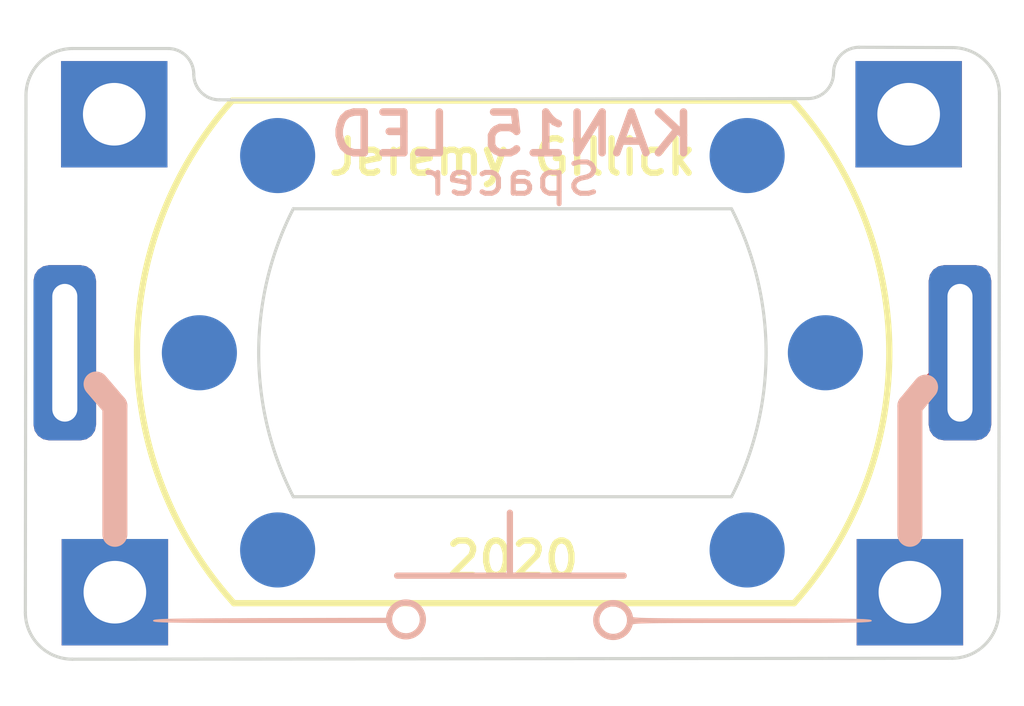
<source format=kicad_pcb>
(kicad_pcb (version 20171130) (host pcbnew "(5.1.6-0-10_14)")

  (general
    (thickness 1.6)
    (drawings 26)
    (tracks 4)
    (zones 0)
    (modules 7)
    (nets 3)
  )

  (page A4)
  (layers
    (0 F.Cu signal)
    (31 B.Cu signal)
    (32 B.Adhes user)
    (33 F.Adhes user)
    (34 B.Paste user)
    (35 F.Paste user)
    (36 B.SilkS user)
    (37 F.SilkS user)
    (38 B.Mask user)
    (39 F.Mask user)
    (40 Dwgs.User user)
    (41 Cmts.User user)
    (42 Eco1.User user)
    (43 Eco2.User user)
    (44 Edge.Cuts user)
    (45 Margin user)
    (46 B.CrtYd user)
    (47 F.CrtYd user)
    (48 B.Fab user)
    (49 F.Fab user hide)
  )

  (setup
    (last_trace_width 0.25)
    (trace_clearance 0.2)
    (zone_clearance 0.508)
    (zone_45_only no)
    (trace_min 0.2)
    (via_size 0.8)
    (via_drill 0.4)
    (via_min_size 0.4)
    (via_min_drill 0.3)
    (uvia_size 0.3)
    (uvia_drill 0.1)
    (uvias_allowed no)
    (uvia_min_size 0.2)
    (uvia_min_drill 0.1)
    (edge_width 0.05)
    (segment_width 0.2)
    (pcb_text_width 0.3)
    (pcb_text_size 1.5 1.5)
    (mod_edge_width 0.12)
    (mod_text_size 1 1)
    (mod_text_width 0.15)
    (pad_size 1.524 1.524)
    (pad_drill 0)
    (pad_to_mask_clearance 0.05)
    (aux_axis_origin 0 0)
    (visible_elements FFFFFF7F)
    (pcbplotparams
      (layerselection 0x010fc_ffffffff)
      (usegerberextensions false)
      (usegerberattributes true)
      (usegerberadvancedattributes true)
      (creategerberjobfile true)
      (excludeedgelayer true)
      (linewidth 0.100000)
      (plotframeref false)
      (viasonmask false)
      (mode 1)
      (useauxorigin false)
      (hpglpennumber 1)
      (hpglpenspeed 20)
      (hpglpendiameter 15.000000)
      (psnegative false)
      (psa4output false)
      (plotreference true)
      (plotvalue true)
      (plotinvisibletext false)
      (padsonsilk false)
      (subtractmaskfromsilk false)
      (outputformat 1)
      (mirror false)
      (drillshape 1)
      (scaleselection 1)
      (outputdirectory ""))
  )

  (net 0 "")
  (net 1 "Net-(J2-Pad1)")
  (net 2 "Net-(J3-Pad1)")

  (net_class Default "This is the default net class."
    (clearance 0.2)
    (trace_width 0.25)
    (via_dia 0.8)
    (via_drill 0.4)
    (uvia_dia 0.3)
    (uvia_drill 0.1)
    (add_net "Net-(J2-Pad1)")
    (add_net "Net-(J3-Pad1)")
  )

  (module project-lib:Connection_Points locked (layer B.Cu) (tedit 5F73D40D) (tstamp 5F73EABF)
    (at 100 100)
    (fp_text reference ConnPoints (at -0.04 -8.07) (layer B.SilkS) hide
      (effects (font (size 1 1) (thickness 0.15)) (justify mirror))
    )
    (fp_text value Connection_Points (at 0 -6.31) (layer B.Fab) hide
      (effects (font (size 1 1) (thickness 0.15)) (justify mirror))
    )
    (pad "" smd circle (at 3.75 -3.15) (size 1.2 1.2) (layers B.Cu B.Paste B.Mask))
    (pad "" smd circle (at 3.75 3.15) (size 1.2 1.2) (layers B.Cu B.Paste B.Mask))
    (pad "" smd circle (at 5 0) (size 1.2 1.2) (layers B.Cu B.Paste B.Mask))
    (pad "" smd circle (at -3.75 -3.15) (size 1.2 1.2) (layers B.Cu B.Paste B.Mask))
    (pad "" smd circle (at -3.75 3.15) (size 1.2 1.2) (layers B.Cu B.Paste B.Mask))
    (pad "" smd circle (at -5 0) (size 1.2 1.2) (layers B.Cu B.Paste B.Mask))
  )

  (module project-lib:switch_large (layer B.Cu) (tedit 5F6450FA) (tstamp 5F7FF8E9)
    (at 100 103.55 180)
    (fp_text reference Ref** (at 0.11 -3.65) (layer B.SilkS) hide
      (effects (font (size 1.27 1.27) (thickness 0.15)) (justify mirror))
    )
    (fp_text value Val** (at 0.16 1.74) (layer B.SilkS) hide
      (effects (font (size 1.27 1.27) (thickness 0.15)) (justify mirror))
    )
    (fp_line (start -1.778 -0.010583) (end 1.8415 -0.010583) (layer B.SilkS) (width 0.1))
    (fp_line (start 0.04 0.994833) (end 0.04 0.01) (layer B.SilkS) (width 0.1))
    (fp_circle (center 1.7 -0.709803) (end 1.97 -0.720133) (layer B.SilkS) (width 0.1))
    (fp_circle (center -1.610197 -0.71967) (end -1.340197 -0.73) (layer B.SilkS) (width 0.1))
    (fp_poly (pts (xy -1.509241 -0.447022) (xy -1.482501 -0.457219) (xy -1.396826 -0.512108) (xy -1.338378 -0.59145)
      (xy -1.309342 -0.685567) (xy -1.311902 -0.784779) (xy -1.348244 -0.879407) (xy -1.378026 -0.920013)
      (xy -1.412849 -0.957598) (xy -1.443762 -0.979864) (xy -1.483121 -0.990819) (xy -1.543285 -0.994473)
      (xy -1.608666 -0.994833) (xy -1.692253 -0.994006) (xy -1.745865 -0.988852) (xy -1.781861 -0.975362)
      (xy -1.8126 -0.949526) (xy -1.839307 -0.920013) (xy -1.878931 -0.86641) (xy -1.902319 -0.81839)
      (xy -1.905 -0.803597) (xy -1.905716 -0.796473) (xy -1.909579 -0.790212) (xy -1.919155 -0.78476)
      (xy -1.937013 -0.780059) (xy -1.965723 -0.776055) (xy -2.007852 -0.77269) (xy -2.065969 -0.769911)
      (xy -2.142642 -0.76766) (xy -2.24044 -0.765883) (xy -2.361932 -0.764522) (xy -2.509685 -0.763524)
      (xy -2.686269 -0.762831) (xy -2.894252 -0.762388) (xy -3.136202 -0.762139) (xy -3.414688 -0.762028)
      (xy -3.732279 -0.762) (xy -3.820583 -0.762) (xy -4.151792 -0.761938) (xy -4.443152 -0.761727)
      (xy -4.697148 -0.761324) (xy -4.916264 -0.760689) (xy -5.102985 -0.75978) (xy -5.259796 -0.758556)
      (xy -5.38918 -0.756977) (xy -5.493622 -0.755) (xy -5.575608 -0.752584) (xy -5.63762 -0.749689)
      (xy -5.682144 -0.746274) (xy -5.711665 -0.742296) (xy -5.728666 -0.737715) (xy -5.735633 -0.73249)
      (xy -5.736166 -0.73025) (xy -5.734958 -0.728457) (xy -1.845733 -0.728457) (xy -1.826951 -0.816076)
      (xy -1.776662 -0.886469) (xy -1.703948 -0.934429) (xy -1.617894 -0.954748) (xy -1.527582 -0.942219)
      (xy -1.49615 -0.928856) (xy -1.426729 -0.871883) (xy -1.385328 -0.7934) (xy -1.374639 -0.70543)
      (xy -1.397353 -0.620001) (xy -1.419302 -0.585447) (xy -1.489366 -0.525346) (xy -1.5712 -0.498639)
      (xy -1.655853 -0.502325) (xy -1.734376 -0.533402) (xy -1.797817 -0.588869) (xy -1.837227 -0.665724)
      (xy -1.845733 -0.728457) (xy -5.734958 -0.728457) (xy -5.732466 -0.72476) (xy -5.719708 -0.719931)
      (xy -5.695408 -0.715721) (xy -5.657081 -0.712089) (xy -5.602243 -0.708995) (xy -5.52841 -0.706395)
      (xy -5.433096 -0.704251) (xy -5.313818 -0.70252) (xy -5.168091 -0.701161) (xy -4.993431 -0.700133)
      (xy -4.787352 -0.699395) (xy -4.547371 -0.698906) (xy -4.271003 -0.698624) (xy -3.955764 -0.698509)
      (xy -3.820583 -0.6985) (xy -3.490178 -0.698445) (xy -3.199599 -0.698252) (xy -2.946338 -0.697877)
      (xy -2.727888 -0.697278) (xy -2.541741 -0.696412) (xy -2.38539 -0.695236) (xy -2.256327 -0.693707)
      (xy -2.152045 -0.691781) (xy -2.070036 -0.689417) (xy -2.007794 -0.686571) (xy -1.962809 -0.6832)
      (xy -1.932576 -0.679261) (xy -1.914586 -0.674712) (xy -1.906332 -0.669509) (xy -1.905 -0.665699)
      (xy -1.886096 -0.594199) (xy -1.835917 -0.525192) (xy -1.764265 -0.471415) (xy -1.750138 -0.464468)
      (xy -1.663684 -0.432588) (xy -1.590041 -0.426953) (xy -1.509241 -0.447022)) (layer B.SilkS) (width 0.01))
    (fp_poly (pts (xy 1.767228 -0.426046) (xy 1.81949 -0.437909) (xy 1.864216 -0.46451) (xy 1.893632 -0.488984)
      (xy 1.94363 -0.543996) (xy 1.979226 -0.603102) (xy 1.985672 -0.621275) (xy 2.002939 -0.687917)
      (xy 3.869553 -0.693323) (xy 4.196432 -0.694335) (xy 4.48349 -0.695389) (xy 4.733236 -0.696535)
      (xy 4.948182 -0.697823) (xy 5.130839 -0.699304) (xy 5.283718 -0.701026) (xy 5.409331 -0.70304)
      (xy 5.510188 -0.705395) (xy 5.588801 -0.708141) (xy 5.647681 -0.711329) (xy 5.689338 -0.715008)
      (xy 5.716285 -0.719227) (xy 5.731031 -0.724037) (xy 5.736089 -0.729487) (xy 5.736167 -0.730365)
      (xy 5.732396 -0.7359) (xy 5.719409 -0.740761) (xy 5.694693 -0.744991) (xy 5.655737 -0.748631)
      (xy 5.600028 -0.751726) (xy 5.525056 -0.754316) (xy 5.428307 -0.756445) (xy 5.30727 -0.758155)
      (xy 5.159433 -0.759488) (xy 4.982283 -0.760488) (xy 4.77331 -0.761196) (xy 4.530001 -0.761655)
      (xy 4.249844 -0.761909) (xy 3.930327 -0.761998) (xy 3.867169 -0.762) (xy 1.998171 -0.762)
      (xy 1.970852 -0.83755) (xy 1.920888 -0.91854) (xy 1.840375 -0.970523) (xy 1.729913 -0.993159)
      (xy 1.693334 -0.994191) (xy 1.603883 -0.986325) (xy 1.533823 -0.965904) (xy 1.521308 -0.959195)
      (xy 1.448424 -0.891228) (xy 1.407402 -0.796808) (xy 1.398225 -0.709665) (xy 1.460971 -0.709665)
      (xy 1.478395 -0.803655) (xy 1.526309 -0.876616) (xy 1.596467 -0.924596) (xy 1.680623 -0.943641)
      (xy 1.770529 -0.929799) (xy 1.8415 -0.892065) (xy 1.893604 -0.831699) (xy 1.926311 -0.750813)
      (xy 1.931746 -0.669623) (xy 1.93067 -0.663208) (xy 1.909523 -0.615233) (xy 1.869496 -0.561066)
      (xy 1.858373 -0.549295) (xy 1.799968 -0.503993) (xy 1.735373 -0.487592) (xy 1.71148 -0.486833)
      (xy 1.605033 -0.502709) (xy 1.525669 -0.548433) (xy 1.4766 -0.621147) (xy 1.460971 -0.709665)
      (xy 1.398225 -0.709665) (xy 1.397 -0.698035) (xy 1.400231 -0.62945) (xy 1.415342 -0.581503)
      (xy 1.450463 -0.53515) (xy 1.479177 -0.50551) (xy 1.528423 -0.459446) (xy 1.569549 -0.434856)
      (xy 1.619726 -0.42505) (xy 1.690107 -0.423333) (xy 1.767228 -0.426046)) (layer B.SilkS) (width 0.01))
    (fp_poly (pts (xy 0.353136 0.021101) (xy 0.634744 0.020875) (xy 0.879129 0.020444) (xy 1.088847 0.019762)
      (xy 1.266454 0.018785) (xy 1.414503 0.017467) (xy 1.535552 0.015765) (xy 1.632154 0.013634)
      (xy 1.706865 0.011027) (xy 1.762242 0.007902) (xy 1.800838 0.004212) (xy 1.825209 -0.000087)
      (xy 1.837911 -0.005039) (xy 1.8415 -0.010583) (xy 1.837772 -0.016222) (xy 1.824884 -0.021162)
      (xy 1.800281 -0.025449) (xy 1.761408 -0.029129) (xy 1.705709 -0.032245) (xy 1.63063 -0.034842)
      (xy 1.533614 -0.036966) (xy 1.412106 -0.03866) (xy 1.263551 -0.039971) (xy 1.085395 -0.040943)
      (xy 0.87508 -0.04162) (xy 0.630053 -0.042047) (xy 0.347758 -0.04227) (xy 0.03175 -0.042333)
      (xy -0.289636 -0.042268) (xy -0.571244 -0.042042) (xy -0.815629 -0.04161) (xy -1.025347 -0.040928)
      (xy -1.202953 -0.039951) (xy -1.351003 -0.038634) (xy -1.472051 -0.036932) (xy -1.568653 -0.0348)
      (xy -1.643365 -0.032194) (xy -1.698741 -0.029068) (xy -1.737338 -0.025378) (xy -1.761709 -0.02108)
      (xy -1.774411 -0.016127) (xy -1.778 -0.010583) (xy -1.774272 -0.004945) (xy -1.761384 -0.000004)
      (xy -1.736781 0.004283) (xy -1.697908 0.007962) (xy -1.642209 0.011078) (xy -1.567129 0.013676)
      (xy -1.470113 0.015799) (xy -1.348606 0.017494) (xy -1.200051 0.018805) (xy -1.021894 0.019776)
      (xy -0.81158 0.020453) (xy -0.566553 0.020881) (xy -0.284257 0.021104) (xy 0.03175 0.021167)
      (xy 0.353136 0.021101)) (layer B.SilkS) (width 0.01))
    (fp_poly (pts (xy 0.042145 0.989873) (xy 0.050044 0.971734) (xy 0.055773 0.935529) (xy 0.059657 0.87637)
      (xy 0.062022 0.78937) (xy 0.063194 0.669642) (xy 0.0635 0.518583) (xy 0.063169 0.362659)
      (xy 0.06196 0.244176) (xy 0.059547 0.158248) (xy 0.055603 0.099988) (xy 0.049803 0.064508)
      (xy 0.041821 0.046921) (xy 0.03175 0.042333) (xy 0.021355 0.047294) (xy 0.013456 0.065433)
      (xy 0.007728 0.101638) (xy 0.003844 0.160797) (xy 0.001478 0.247797) (xy 0.000306 0.367525)
      (xy 0 0.518583) (xy 0.000331 0.674508) (xy 0.00154 0.792991) (xy 0.003954 0.878919)
      (xy 0.007898 0.937179) (xy 0.013698 0.972659) (xy 0.02168 0.990246) (xy 0.03175 0.994833)
      (xy 0.042145 0.989873)) (layer B.SilkS) (width 0.01))
  )

  (module "Jeremy Button/Switch:SW_KAN-15_PHT" (layer F.Cu) (tedit 5F6C29EA) (tstamp 5F6C8D64)
    (at 100 100)
    (descr "PUSH BUTTON SWITCH - DC30V 1A - https://www.aliexpress.com/item/32818559623.html")
    (tags "flashlight pushbutton")
    (path /5F6C2F19)
    (fp_text reference SW1 (at 0 0.15 180) (layer F.SilkS) hide
      (effects (font (size 1 1) (thickness 0.15)))
    )
    (fp_text value SW_SPST (at 0.4 5.375 180) (layer F.Fab)
      (effects (font (size 1 1) (thickness 0.15)))
    )
    (fp_line (start -0.01 2.25) (end -3.55 2.249999) (layer F.CrtYd) (width 0.05))
    (fp_line (start -0.01 4.2) (end -0.01 2.25) (layer F.CrtYd) (width 0.05))
    (fp_line (start -6.216885 4.192841) (end -0.01 4.2) (layer F.CrtYd) (width 0.05))
    (fp_line (start 0.01 2.25) (end 3.56 2.249999) (layer F.CrtYd) (width 0.05))
    (fp_line (start 0.01 4.2) (end 0.01 2.25) (layer F.CrtYd) (width 0.05))
    (fp_line (start 6.16 4.2) (end 0.01 4.2) (layer F.CrtYd) (width 0.05))
    (fp_line (start -0.01 -2.25) (end -3.55 -2.25) (layer F.CrtYd) (width 0.05))
    (fp_line (start 0.01 -2.25) (end 3.56 -2.25) (layer F.CrtYd) (width 0.05))
    (fp_line (start 0.01 -4.2) (end 0.01 -2.25) (layer F.CrtYd) (width 0.05))
    (fp_line (start 6.166885 -4.192841) (end 0.01 -4.2) (layer F.CrtYd) (width 0.05))
    (fp_line (start -0.01 -4.2) (end -0.01 -2.25) (layer F.CrtYd) (width 0.05))
    (fp_line (start -6.21 -4.2) (end -0.01 -4.2) (layer F.CrtYd) (width 0.05))
    (fp_line (start 4.474321 -4.028703) (end -4.475679 -4.028703) (layer F.SilkS) (width 0.1))
    (fp_line (start -4.45 4) (end 4.5 4) (layer F.SilkS) (width 0.1))
    (fp_arc (start 0 0) (end 4.5 4) (angle -83.63358372) (layer F.SilkS) (width 0.1))
    (fp_arc (start 0.024321 -0.028703) (end -4.475679 -4.028703) (angle -83.63358372) (layer F.SilkS) (width 0.1))
    (fp_arc (start -1.85 0) (end -6.21 -4.2) (angle -87.76434705) (layer F.CrtYd) (width 0.05))
    (fp_arc (start 2.06 0) (end -3.55 -2.25) (angle -43.70842119) (layer F.CrtYd) (width 0.05))
    (fp_arc (start 1.8 0) (end 6.16 4.2) (angle -87.76434705) (layer F.CrtYd) (width 0.05))
    (fp_arc (start -2.05 -0.000001) (end 3.56 2.249999) (angle -43.70842119) (layer F.CrtYd) (width 0.05))
    (pad 2 thru_hole roundrect (at 7.15 0) (size 1 2.8) (drill oval 0.4 2.2) (layers *.Cu *.Mask) (roundrect_rratio 0.25)
      (net 2 "Net-(J3-Pad1)"))
    (pad 1 thru_hole roundrect (at -7.15 0) (size 1 2.8) (drill oval 0.4 2.2) (layers *.Cu *.Mask) (roundrect_rratio 0.25)
      (net 1 "Net-(J2-Pad1)"))
    (model ${JGILLICK_LIBS}/3dmodels/Button_Switch.3dshapes/SW_KAN-15_PTH.step
      (at (xyz 0 0 0))
      (scale (xyz 1 1 1))
      (rotate (xyz 0 0 0))
    )
  )

  (module Connector_PinHeader_2.54mm:PinHeader_1x01_P2.54mm_Vertical (layer F.Cu) (tedit 5F6C24BC) (tstamp 5F6C2943)
    (at 106.33 96.19)
    (descr "Through hole straight pin header, 1x01, 2.54mm pitch, single row")
    (tags "Through hole pin header THT 1x01 2.54mm single row")
    (path /5F634835)
    (fp_text reference J4 (at 0 -2.33) (layer F.SilkS) hide
      (effects (font (size 1 1) (thickness 0.15)))
    )
    (fp_text value GND (at 0 2.33) (layer F.Fab)
      (effects (font (size 1 1) (thickness 0.15)))
    )
    (fp_line (start -0.635 -1.27) (end 1.27 -1.27) (layer F.Fab) (width 0.1))
    (fp_line (start 1.27 -1.27) (end 1.27 1.27) (layer F.Fab) (width 0.1))
    (fp_line (start -1.27 1.27) (end -1.27 -0.635) (layer F.Fab) (width 0.1))
    (fp_line (start -1.27 -0.635) (end -0.635 -1.27) (layer F.Fab) (width 0.1))
    (fp_line (start -1.8 -1.8) (end -1.8 1.8) (layer F.CrtYd) (width 0.05))
    (fp_line (start -1.8 1.8) (end 1.8 1.8) (layer F.CrtYd) (width 0.05))
    (fp_line (start 1.8 1.8) (end 1.8 -1.8) (layer F.CrtYd) (width 0.05))
    (fp_line (start 1.8 -1.8) (end -1.8 -1.8) (layer F.CrtYd) (width 0.05))
    (fp_text user %R (at 0 0 90) (layer F.Fab)
      (effects (font (size 1 1) (thickness 0.15)))
    )
    (pad 1 thru_hole rect (at 0 0) (size 1.7 1.7) (drill 1) (layers *.Cu *.Mask))
  )

  (module Connector_PinHeader_2.54mm:PinHeader_1x01_P2.54mm_Vertical (layer F.Cu) (tedit 5F6C24B2) (tstamp 5F6C28F8)
    (at 93.64 96.19)
    (descr "Through hole straight pin header, 1x01, 2.54mm pitch, single row")
    (tags "Through hole pin header THT 1x01 2.54mm single row")
    (path /5F634D6F)
    (fp_text reference J1 (at 0 -2.33) (layer F.SilkS) hide
      (effects (font (size 1 1) (thickness 0.15)))
    )
    (fp_text value VCC (at 0 2.33) (layer F.Fab)
      (effects (font (size 1 1) (thickness 0.15)))
    )
    (fp_line (start -0.635 -1.27) (end 1.27 -1.27) (layer F.Fab) (width 0.1))
    (fp_line (start 1.27 -1.27) (end 1.27 1.27) (layer F.Fab) (width 0.1))
    (fp_line (start -1.27 1.27) (end -1.27 -0.635) (layer F.Fab) (width 0.1))
    (fp_line (start -1.27 -0.635) (end -0.635 -1.27) (layer F.Fab) (width 0.1))
    (fp_line (start -1.8 -1.8) (end -1.8 1.8) (layer F.CrtYd) (width 0.05))
    (fp_line (start -1.8 1.8) (end 1.8 1.8) (layer F.CrtYd) (width 0.05))
    (fp_line (start 1.8 1.8) (end 1.8 -1.8) (layer F.CrtYd) (width 0.05))
    (fp_line (start 1.8 -1.8) (end -1.8 -1.8) (layer F.CrtYd) (width 0.05))
    (fp_text user %R (at 0 0 90) (layer F.Fab)
      (effects (font (size 1 1) (thickness 0.15)))
    )
    (pad 1 thru_hole rect (at 0 0) (size 1.7 1.7) (drill 1) (layers *.Cu *.Mask))
  )

  (module Connector_PinHeader_2.54mm:PinHeader_1x01_P2.54mm_Vertical (layer F.Cu) (tedit 5F644FC3) (tstamp 5F634957)
    (at 106.35 103.825 180)
    (descr "Through hole straight pin header, 1x01, 2.54mm pitch, single row")
    (tags "Through hole pin header THT 1x01 2.54mm single row")
    (path /5F63427C)
    (fp_text reference J3 (at 0 -2.33) (layer F.SilkS) hide
      (effects (font (size 1 1) (thickness 0.15)))
    )
    (fp_text value Conn_01x01 (at 0 2.33) (layer F.Fab)
      (effects (font (size 1 1) (thickness 0.15)))
    )
    (fp_line (start 1.8 -1.8) (end -1.8 -1.8) (layer F.CrtYd) (width 0.05))
    (fp_line (start 1.8 1.8) (end 1.8 -1.8) (layer F.CrtYd) (width 0.05))
    (fp_line (start -1.8 1.8) (end 1.8 1.8) (layer F.CrtYd) (width 0.05))
    (fp_line (start -1.8 -1.8) (end -1.8 1.8) (layer F.CrtYd) (width 0.05))
    (fp_line (start -1.27 -0.635) (end -0.635 -1.27) (layer F.Fab) (width 0.1))
    (fp_line (start -1.27 1.27) (end -1.27 -0.635) (layer F.Fab) (width 0.1))
    (fp_line (start 1.27 1.27) (end -1.27 1.27) (layer F.Fab) (width 0.1))
    (fp_line (start 1.27 -1.27) (end 1.27 1.27) (layer F.Fab) (width 0.1))
    (fp_line (start -0.635 -1.27) (end 1.27 -1.27) (layer F.Fab) (width 0.1))
    (fp_text user %R (at 0 0 90) (layer F.Fab)
      (effects (font (size 1 1) (thickness 0.15)))
    )
    (pad 1 thru_hole rect (at 0 0 180) (size 1.7 1.7) (drill 1) (layers *.Cu *.Mask)
      (net 2 "Net-(J3-Pad1)"))
  )

  (module Connector_PinHeader_2.54mm:PinHeader_1x01_P2.54mm_Vertical locked (layer F.Cu) (tedit 5F644FB9) (tstamp 5F639A5D)
    (at 93.65 103.825 90)
    (descr "Through hole straight pin header, 1x01, 2.54mm pitch, single row")
    (tags "Through hole pin header THT 1x01 2.54mm single row")
    (path /5F6336D3)
    (fp_text reference J2 (at 0 -2.33 270) (layer F.SilkS) hide
      (effects (font (size 1 1) (thickness 0.15)))
    )
    (fp_text value Conn_01x01 (at 0 2.33 270) (layer F.Fab)
      (effects (font (size 1 1) (thickness 0.15)))
    )
    (fp_line (start -0.635 -1.27) (end 1.27 -1.27) (layer F.Fab) (width 0.1))
    (fp_line (start 1.27 -1.27) (end 1.27 1.27) (layer F.Fab) (width 0.1))
    (fp_line (start -1.27 1.27) (end -1.27 -0.635) (layer F.Fab) (width 0.1))
    (fp_line (start -1.27 -0.635) (end -0.635 -1.27) (layer F.Fab) (width 0.1))
    (fp_line (start -1.8 -1.8) (end -1.8 1.8) (layer F.CrtYd) (width 0.05))
    (fp_line (start -1.8 1.8) (end 1.8 1.8) (layer F.CrtYd) (width 0.05))
    (fp_line (start 1.8 1.8) (end 1.8 -1.8) (layer F.CrtYd) (width 0.05))
    (fp_line (start 1.8 -1.8) (end -1.8 -1.8) (layer F.CrtYd) (width 0.05))
    (fp_text user %R (at 0 0) (layer F.Fab)
      (effects (font (size 1 1) (thickness 0.15)))
    )
    (pad 1 thru_hole rect (at 0 0 90) (size 1.7 1.7) (drill 1) (layers *.Cu *.Mask)
      (net 1 "Net-(J2-Pad1)"))
  )

  (gr_text 2020 (at 100 103.3) (layer F.SilkS)
    (effects (font (size 0.55 0.55) (thickness 0.1)))
  )
  (gr_text "Jeremy Gillick" (at 100 96.875) (layer F.SilkS)
    (effects (font (size 0.55 0.55) (thickness 0.1)))
  )
  (gr_line (start 106.35 100.85) (end 106.35 102.9) (layer B.SilkS) (width 0.4))
  (gr_line (start 106.6 100.55) (end 106.35 100.85) (layer B.SilkS) (width 0.4))
  (gr_line (start 93.65 100.85) (end 93.65 102.9) (layer B.SilkS) (width 0.4))
  (gr_line (start 93.35 100.5) (end 93.65 100.85) (layer B.SilkS) (width 0.4))
  (gr_text Spacer (at 100 97.225) (layer B.SilkS)
    (effects (font (size 0.5 0.55) (thickness 0.08)) (justify mirror))
  )
  (gr_text "KAN15 LED" (at 100 96.51) (layer B.SilkS) (tstamp 5F804CAA)
    (effects (font (size 0.65 0.7) (thickness 0.12)) (justify mirror))
  )
  (gr_line (start 95.32 95.96) (end 104.72 95.94) (layer Edge.Cuts) (width 0.05) (tstamp 5F6C9295))
  (gr_arc (start 92.980016 95.889999) (end 92.975017 95.14) (angle -89.6180338) (layer Edge.Cuts) (width 0.05) (tstamp 5F6C9297))
  (gr_arc (start 107.029999 95.874999) (end 107.779998 95.87) (angle -89.6180338) (layer Edge.Cuts) (width 0.05) (tstamp 5F6C9296))
  (gr_line (start 92.975017 95.14) (end 94.5 95.14) (layer Edge.Cuts) (width 0.05) (tstamp 5F6C9294))
  (gr_arc (start 94.5 95.55) (end 94.91 95.55) (angle -90) (layer Edge.Cuts) (width 0.05) (tstamp 5F6C9293))
  (gr_arc (start 95.32 95.55) (end 94.91 95.55) (angle -90) (layer Edge.Cuts) (width 0.05) (tstamp 5F6C9292))
  (gr_arc (start 105.54 95.53) (end 105.54 95.12) (angle -90) (layer Edge.Cuts) (width 0.05) (tstamp 5F6C9291))
  (gr_arc (start 104.72 95.53) (end 104.72 95.94) (angle -90) (layer Edge.Cuts) (width 0.05) (tstamp 5F6C9290))
  (gr_line (start 105.54 95.12) (end 107.03 95.124983) (layer Edge.Cuts) (width 0.05) (tstamp 5F6C928F))
  (gr_line (start 107.024983 104.88) (end 92.97 104.895017) (layer Edge.Cuts) (width 0.05))
  (gr_arc (start 92.970001 104.145001) (end 92.220002 104.15) (angle -89.6180338) (layer Edge.Cuts) (width 0.05) (tstamp 5F64A964))
  (gr_arc (start 107.019984 104.130001) (end 107.024983 104.88) (angle -89.61803328) (layer Edge.Cuts) (width 0.05) (tstamp 5F6C226A))
  (gr_line (start 92.220002 104.15) (end 92.23 95.889998) (layer Edge.Cuts) (width 0.05) (tstamp 5F6C1241))
  (gr_line (start 107.779998 95.87) (end 107.77 104.130002) (layer Edge.Cuts) (width 0.05) (tstamp 5F6C2267))
  (gr_arc (start 98.990001 100) (end 103.5 102.299999) (angle -54.04114679) (layer Edge.Cuts) (width 0.05) (tstamp 5F6C1D8D))
  (gr_arc (start 101.01 100) (end 96.500001 97.700001) (angle -54.04114679) (layer Edge.Cuts) (width 0.05))
  (gr_line (start 96.5 102.3) (end 103.5 102.299999) (layer Edge.Cuts) (width 0.05) (tstamp 5F6C1CD1))
  (gr_line (start 96.5 97.7) (end 103.5 97.7) (layer Edge.Cuts) (width 0.05))

  (segment (start 93.65 100.8) (end 92.85 100) (width 0.25) (layer F.Cu) (net 1))
  (segment (start 93.65 103.825) (end 93.65 100.8) (width 0.25) (layer F.Cu) (net 1))
  (segment (start 106.35 100.8) (end 107.15 100) (width 0.25) (layer F.Cu) (net 2))
  (segment (start 106.35 103.825) (end 106.35 100.8) (width 0.25) (layer F.Cu) (net 2))

)

</source>
